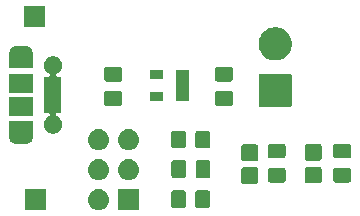
<source format=gbr>
G04 #@! TF.GenerationSoftware,KiCad,Pcbnew,(5.1.4)-1*
G04 #@! TF.CreationDate,2019-09-20T01:57:43+03:00*
G04 #@! TF.ProjectId,Simple_BMS,53696d70-6c65-45f4-924d-532e6b696361,rev?*
G04 #@! TF.SameCoordinates,Original*
G04 #@! TF.FileFunction,Soldermask,Top*
G04 #@! TF.FilePolarity,Negative*
%FSLAX46Y46*%
G04 Gerber Fmt 4.6, Leading zero omitted, Abs format (unit mm)*
G04 Created by KiCad (PCBNEW (5.1.4)-1) date 2019-09-20 01:57:43*
%MOMM*%
%LPD*%
G04 APERTURE LIST*
%ADD10C,0.100000*%
G04 APERTURE END LIST*
D10*
G36*
X108139800Y-95947800D02*
G01*
X106337800Y-95947800D01*
X106337800Y-94145800D01*
X108139800Y-94145800D01*
X108139800Y-95947800D01*
X108139800Y-95947800D01*
G37*
G36*
X104809242Y-94152318D02*
G01*
X104875427Y-94158837D01*
X105045266Y-94210357D01*
X105201791Y-94294022D01*
X105213298Y-94303466D01*
X105338986Y-94406614D01*
X105396471Y-94476661D01*
X105451578Y-94543809D01*
X105535243Y-94700334D01*
X105586763Y-94870173D01*
X105604159Y-95046800D01*
X105586763Y-95223427D01*
X105535243Y-95393266D01*
X105451578Y-95549791D01*
X105440459Y-95563339D01*
X105338986Y-95686986D01*
X105261858Y-95750282D01*
X105201791Y-95799578D01*
X105045266Y-95883243D01*
X104875427Y-95934763D01*
X104812101Y-95941000D01*
X104743060Y-95947800D01*
X104654540Y-95947800D01*
X104585499Y-95941000D01*
X104522173Y-95934763D01*
X104352334Y-95883243D01*
X104195809Y-95799578D01*
X104135742Y-95750282D01*
X104058614Y-95686986D01*
X103957141Y-95563339D01*
X103946022Y-95549791D01*
X103862357Y-95393266D01*
X103810837Y-95223427D01*
X103793441Y-95046800D01*
X103810837Y-94870173D01*
X103862357Y-94700334D01*
X103946022Y-94543809D01*
X104001129Y-94476661D01*
X104058614Y-94406614D01*
X104184302Y-94303466D01*
X104195809Y-94294022D01*
X104352334Y-94210357D01*
X104522173Y-94158837D01*
X104588358Y-94152318D01*
X104654540Y-94145800D01*
X104743060Y-94145800D01*
X104809242Y-94152318D01*
X104809242Y-94152318D01*
G37*
G36*
X100241000Y-95941000D02*
G01*
X98439000Y-95941000D01*
X98439000Y-94139000D01*
X100241000Y-94139000D01*
X100241000Y-95941000D01*
X100241000Y-95941000D01*
G37*
G36*
X113988674Y-94273465D02*
G01*
X114026367Y-94284899D01*
X114061103Y-94303466D01*
X114091548Y-94328452D01*
X114116534Y-94358897D01*
X114135101Y-94393633D01*
X114146535Y-94431326D01*
X114151000Y-94476661D01*
X114151000Y-95563339D01*
X114146535Y-95608674D01*
X114135101Y-95646367D01*
X114116534Y-95681103D01*
X114091548Y-95711548D01*
X114061103Y-95736534D01*
X114026367Y-95755101D01*
X113988674Y-95766535D01*
X113943339Y-95771000D01*
X113106661Y-95771000D01*
X113061326Y-95766535D01*
X113023633Y-95755101D01*
X112988897Y-95736534D01*
X112958452Y-95711548D01*
X112933466Y-95681103D01*
X112914899Y-95646367D01*
X112903465Y-95608674D01*
X112899000Y-95563339D01*
X112899000Y-94476661D01*
X112903465Y-94431326D01*
X112914899Y-94393633D01*
X112933466Y-94358897D01*
X112958452Y-94328452D01*
X112988897Y-94303466D01*
X113023633Y-94284899D01*
X113061326Y-94273465D01*
X113106661Y-94269000D01*
X113943339Y-94269000D01*
X113988674Y-94273465D01*
X113988674Y-94273465D01*
G37*
G36*
X111938674Y-94273465D02*
G01*
X111976367Y-94284899D01*
X112011103Y-94303466D01*
X112041548Y-94328452D01*
X112066534Y-94358897D01*
X112085101Y-94393633D01*
X112096535Y-94431326D01*
X112101000Y-94476661D01*
X112101000Y-95563339D01*
X112096535Y-95608674D01*
X112085101Y-95646367D01*
X112066534Y-95681103D01*
X112041548Y-95711548D01*
X112011103Y-95736534D01*
X111976367Y-95755101D01*
X111938674Y-95766535D01*
X111893339Y-95771000D01*
X111056661Y-95771000D01*
X111011326Y-95766535D01*
X110973633Y-95755101D01*
X110938897Y-95736534D01*
X110908452Y-95711548D01*
X110883466Y-95681103D01*
X110864899Y-95646367D01*
X110853465Y-95608674D01*
X110849000Y-95563339D01*
X110849000Y-94476661D01*
X110853465Y-94431326D01*
X110864899Y-94393633D01*
X110883466Y-94358897D01*
X110908452Y-94328452D01*
X110938897Y-94303466D01*
X110973633Y-94284899D01*
X111011326Y-94273465D01*
X111056661Y-94269000D01*
X111893339Y-94269000D01*
X111938674Y-94273465D01*
X111938674Y-94273465D01*
G37*
G36*
X118046181Y-92302895D02*
G01*
X118082216Y-92313827D01*
X118115424Y-92331577D01*
X118144534Y-92355466D01*
X118168423Y-92384576D01*
X118186173Y-92417784D01*
X118197105Y-92453819D01*
X118201400Y-92497431D01*
X118201400Y-93526769D01*
X118197105Y-93570381D01*
X118186173Y-93606416D01*
X118168423Y-93639624D01*
X118144534Y-93668734D01*
X118115424Y-93692623D01*
X118082216Y-93710373D01*
X118046181Y-93721305D01*
X118002569Y-93725600D01*
X116998231Y-93725600D01*
X116954619Y-93721305D01*
X116918584Y-93710373D01*
X116885376Y-93692623D01*
X116856266Y-93668734D01*
X116832377Y-93639624D01*
X116814627Y-93606416D01*
X116803695Y-93570381D01*
X116799400Y-93526769D01*
X116799400Y-92497431D01*
X116803695Y-92453819D01*
X116814627Y-92417784D01*
X116832377Y-92384576D01*
X116856266Y-92355466D01*
X116885376Y-92331577D01*
X116918584Y-92313827D01*
X116954619Y-92302895D01*
X116998231Y-92298600D01*
X118002569Y-92298600D01*
X118046181Y-92302895D01*
X118046181Y-92302895D01*
G37*
G36*
X123430981Y-92252095D02*
G01*
X123467016Y-92263027D01*
X123500224Y-92280777D01*
X123529334Y-92304666D01*
X123553223Y-92333776D01*
X123570973Y-92366984D01*
X123581905Y-92403019D01*
X123586200Y-92446631D01*
X123586200Y-93475969D01*
X123581905Y-93519581D01*
X123570973Y-93555616D01*
X123553223Y-93588824D01*
X123529334Y-93617934D01*
X123500224Y-93641823D01*
X123467016Y-93659573D01*
X123430981Y-93670505D01*
X123387369Y-93674800D01*
X122383031Y-93674800D01*
X122339419Y-93670505D01*
X122303384Y-93659573D01*
X122270176Y-93641823D01*
X122241066Y-93617934D01*
X122217177Y-93588824D01*
X122199427Y-93555616D01*
X122188495Y-93519581D01*
X122184200Y-93475969D01*
X122184200Y-92446631D01*
X122188495Y-92403019D01*
X122199427Y-92366984D01*
X122217177Y-92333776D01*
X122241066Y-92304666D01*
X122270176Y-92280777D01*
X122303384Y-92263027D01*
X122339419Y-92252095D01*
X122383031Y-92247800D01*
X123387369Y-92247800D01*
X123430981Y-92252095D01*
X123430981Y-92252095D01*
G37*
G36*
X125912274Y-92351465D02*
G01*
X125949967Y-92362899D01*
X125984703Y-92381466D01*
X126015148Y-92406452D01*
X126040134Y-92436897D01*
X126058701Y-92471633D01*
X126070135Y-92509326D01*
X126074600Y-92554661D01*
X126074600Y-93391339D01*
X126070135Y-93436674D01*
X126058701Y-93474367D01*
X126040134Y-93509103D01*
X126015148Y-93539548D01*
X125984703Y-93564534D01*
X125949967Y-93583101D01*
X125912274Y-93594535D01*
X125866939Y-93599000D01*
X124780261Y-93599000D01*
X124734926Y-93594535D01*
X124697233Y-93583101D01*
X124662497Y-93564534D01*
X124632052Y-93539548D01*
X124607066Y-93509103D01*
X124588499Y-93474367D01*
X124577065Y-93436674D01*
X124572600Y-93391339D01*
X124572600Y-92554661D01*
X124577065Y-92509326D01*
X124588499Y-92471633D01*
X124607066Y-92436897D01*
X124632052Y-92406452D01*
X124662497Y-92381466D01*
X124697233Y-92362899D01*
X124734926Y-92351465D01*
X124780261Y-92347000D01*
X125866939Y-92347000D01*
X125912274Y-92351465D01*
X125912274Y-92351465D01*
G37*
G36*
X120375074Y-92351465D02*
G01*
X120412767Y-92362899D01*
X120447503Y-92381466D01*
X120477948Y-92406452D01*
X120502934Y-92436897D01*
X120521501Y-92471633D01*
X120532935Y-92509326D01*
X120537400Y-92554661D01*
X120537400Y-93391339D01*
X120532935Y-93436674D01*
X120521501Y-93474367D01*
X120502934Y-93509103D01*
X120477948Y-93539548D01*
X120447503Y-93564534D01*
X120412767Y-93583101D01*
X120375074Y-93594535D01*
X120329739Y-93599000D01*
X119243061Y-93599000D01*
X119197726Y-93594535D01*
X119160033Y-93583101D01*
X119125297Y-93564534D01*
X119094852Y-93539548D01*
X119069866Y-93509103D01*
X119051299Y-93474367D01*
X119039865Y-93436674D01*
X119035400Y-93391339D01*
X119035400Y-92554661D01*
X119039865Y-92509326D01*
X119051299Y-92471633D01*
X119069866Y-92436897D01*
X119094852Y-92406452D01*
X119125297Y-92381466D01*
X119160033Y-92362899D01*
X119197726Y-92351465D01*
X119243061Y-92347000D01*
X120329739Y-92347000D01*
X120375074Y-92351465D01*
X120375074Y-92351465D01*
G37*
G36*
X107349243Y-91612319D02*
G01*
X107415427Y-91618837D01*
X107585266Y-91670357D01*
X107741791Y-91754022D01*
X107773539Y-91780077D01*
X107878986Y-91866614D01*
X107962248Y-91968071D01*
X107991578Y-92003809D01*
X108075243Y-92160334D01*
X108126763Y-92330173D01*
X108144159Y-92506800D01*
X108126763Y-92683427D01*
X108075243Y-92853266D01*
X107991578Y-93009791D01*
X107964338Y-93042983D01*
X107878986Y-93146986D01*
X107777529Y-93230248D01*
X107741791Y-93259578D01*
X107585266Y-93343243D01*
X107415427Y-93394763D01*
X107349242Y-93401282D01*
X107283060Y-93407800D01*
X107194540Y-93407800D01*
X107128358Y-93401282D01*
X107062173Y-93394763D01*
X106892334Y-93343243D01*
X106735809Y-93259578D01*
X106700071Y-93230248D01*
X106598614Y-93146986D01*
X106513262Y-93042983D01*
X106486022Y-93009791D01*
X106402357Y-92853266D01*
X106350837Y-92683427D01*
X106333441Y-92506800D01*
X106350837Y-92330173D01*
X106402357Y-92160334D01*
X106486022Y-92003809D01*
X106515352Y-91968071D01*
X106598614Y-91866614D01*
X106704061Y-91780077D01*
X106735809Y-91754022D01*
X106892334Y-91670357D01*
X107062173Y-91618837D01*
X107128357Y-91612319D01*
X107194540Y-91605800D01*
X107283060Y-91605800D01*
X107349243Y-91612319D01*
X107349243Y-91612319D01*
G37*
G36*
X104809243Y-91612319D02*
G01*
X104875427Y-91618837D01*
X105045266Y-91670357D01*
X105201791Y-91754022D01*
X105233539Y-91780077D01*
X105338986Y-91866614D01*
X105422248Y-91968071D01*
X105451578Y-92003809D01*
X105535243Y-92160334D01*
X105586763Y-92330173D01*
X105604159Y-92506800D01*
X105586763Y-92683427D01*
X105535243Y-92853266D01*
X105451578Y-93009791D01*
X105424338Y-93042983D01*
X105338986Y-93146986D01*
X105237529Y-93230248D01*
X105201791Y-93259578D01*
X105045266Y-93343243D01*
X104875427Y-93394763D01*
X104809242Y-93401282D01*
X104743060Y-93407800D01*
X104654540Y-93407800D01*
X104588358Y-93401282D01*
X104522173Y-93394763D01*
X104352334Y-93343243D01*
X104195809Y-93259578D01*
X104160071Y-93230248D01*
X104058614Y-93146986D01*
X103973262Y-93042983D01*
X103946022Y-93009791D01*
X103862357Y-92853266D01*
X103810837Y-92683427D01*
X103793441Y-92506800D01*
X103810837Y-92330173D01*
X103862357Y-92160334D01*
X103946022Y-92003809D01*
X103975352Y-91968071D01*
X104058614Y-91866614D01*
X104164061Y-91780077D01*
X104195809Y-91754022D01*
X104352334Y-91670357D01*
X104522173Y-91618837D01*
X104588357Y-91612319D01*
X104654540Y-91605800D01*
X104743060Y-91605800D01*
X104809243Y-91612319D01*
X104809243Y-91612319D01*
G37*
G36*
X114008674Y-91713465D02*
G01*
X114046367Y-91724899D01*
X114081103Y-91743466D01*
X114111548Y-91768452D01*
X114136534Y-91798897D01*
X114155101Y-91833633D01*
X114166535Y-91871326D01*
X114171000Y-91916661D01*
X114171000Y-93003339D01*
X114166535Y-93048674D01*
X114155101Y-93086367D01*
X114136534Y-93121103D01*
X114111548Y-93151548D01*
X114081103Y-93176534D01*
X114046367Y-93195101D01*
X114008674Y-93206535D01*
X113963339Y-93211000D01*
X113126661Y-93211000D01*
X113081326Y-93206535D01*
X113043633Y-93195101D01*
X113008897Y-93176534D01*
X112978452Y-93151548D01*
X112953466Y-93121103D01*
X112934899Y-93086367D01*
X112923465Y-93048674D01*
X112919000Y-93003339D01*
X112919000Y-91916661D01*
X112923465Y-91871326D01*
X112934899Y-91833633D01*
X112953466Y-91798897D01*
X112978452Y-91768452D01*
X113008897Y-91743466D01*
X113043633Y-91724899D01*
X113081326Y-91713465D01*
X113126661Y-91709000D01*
X113963339Y-91709000D01*
X114008674Y-91713465D01*
X114008674Y-91713465D01*
G37*
G36*
X111958674Y-91713465D02*
G01*
X111996367Y-91724899D01*
X112031103Y-91743466D01*
X112061548Y-91768452D01*
X112086534Y-91798897D01*
X112105101Y-91833633D01*
X112116535Y-91871326D01*
X112121000Y-91916661D01*
X112121000Y-93003339D01*
X112116535Y-93048674D01*
X112105101Y-93086367D01*
X112086534Y-93121103D01*
X112061548Y-93151548D01*
X112031103Y-93176534D01*
X111996367Y-93195101D01*
X111958674Y-93206535D01*
X111913339Y-93211000D01*
X111076661Y-93211000D01*
X111031326Y-93206535D01*
X110993633Y-93195101D01*
X110958897Y-93176534D01*
X110928452Y-93151548D01*
X110903466Y-93121103D01*
X110884899Y-93086367D01*
X110873465Y-93048674D01*
X110869000Y-93003339D01*
X110869000Y-91916661D01*
X110873465Y-91871326D01*
X110884899Y-91833633D01*
X110903466Y-91798897D01*
X110928452Y-91768452D01*
X110958897Y-91743466D01*
X110993633Y-91724899D01*
X111031326Y-91713465D01*
X111076661Y-91709000D01*
X111913339Y-91709000D01*
X111958674Y-91713465D01*
X111958674Y-91713465D01*
G37*
G36*
X118046181Y-90377895D02*
G01*
X118082216Y-90388827D01*
X118115424Y-90406577D01*
X118144534Y-90430466D01*
X118168423Y-90459576D01*
X118186173Y-90492784D01*
X118197105Y-90528819D01*
X118201400Y-90572431D01*
X118201400Y-91601769D01*
X118197105Y-91645381D01*
X118186173Y-91681416D01*
X118168423Y-91714624D01*
X118144534Y-91743734D01*
X118115424Y-91767623D01*
X118082216Y-91785373D01*
X118046181Y-91796305D01*
X118002569Y-91800600D01*
X116998231Y-91800600D01*
X116954619Y-91796305D01*
X116918584Y-91785373D01*
X116885376Y-91767623D01*
X116856266Y-91743734D01*
X116832377Y-91714624D01*
X116814627Y-91681416D01*
X116803695Y-91645381D01*
X116799400Y-91601769D01*
X116799400Y-90572431D01*
X116803695Y-90528819D01*
X116814627Y-90492784D01*
X116832377Y-90459576D01*
X116856266Y-90430466D01*
X116885376Y-90406577D01*
X116918584Y-90388827D01*
X116954619Y-90377895D01*
X116998231Y-90373600D01*
X118002569Y-90373600D01*
X118046181Y-90377895D01*
X118046181Y-90377895D01*
G37*
G36*
X123430981Y-90327095D02*
G01*
X123467016Y-90338027D01*
X123500224Y-90355777D01*
X123529334Y-90379666D01*
X123553223Y-90408776D01*
X123570973Y-90441984D01*
X123581905Y-90478019D01*
X123586200Y-90521631D01*
X123586200Y-91550969D01*
X123581905Y-91594581D01*
X123570973Y-91630616D01*
X123553223Y-91663824D01*
X123529334Y-91692934D01*
X123500224Y-91716823D01*
X123467016Y-91734573D01*
X123430981Y-91745505D01*
X123387369Y-91749800D01*
X122383031Y-91749800D01*
X122339419Y-91745505D01*
X122303384Y-91734573D01*
X122270176Y-91716823D01*
X122241066Y-91692934D01*
X122217177Y-91663824D01*
X122199427Y-91630616D01*
X122188495Y-91594581D01*
X122184200Y-91550969D01*
X122184200Y-90521631D01*
X122188495Y-90478019D01*
X122199427Y-90441984D01*
X122217177Y-90408776D01*
X122241066Y-90379666D01*
X122270176Y-90355777D01*
X122303384Y-90338027D01*
X122339419Y-90327095D01*
X122383031Y-90322800D01*
X123387369Y-90322800D01*
X123430981Y-90327095D01*
X123430981Y-90327095D01*
G37*
G36*
X125912274Y-90301465D02*
G01*
X125949967Y-90312899D01*
X125984703Y-90331466D01*
X126015148Y-90356452D01*
X126040134Y-90386897D01*
X126058701Y-90421633D01*
X126070135Y-90459326D01*
X126074600Y-90504661D01*
X126074600Y-91341339D01*
X126070135Y-91386674D01*
X126058701Y-91424367D01*
X126040134Y-91459103D01*
X126015148Y-91489548D01*
X125984703Y-91514534D01*
X125949967Y-91533101D01*
X125912274Y-91544535D01*
X125866939Y-91549000D01*
X124780261Y-91549000D01*
X124734926Y-91544535D01*
X124697233Y-91533101D01*
X124662497Y-91514534D01*
X124632052Y-91489548D01*
X124607066Y-91459103D01*
X124588499Y-91424367D01*
X124577065Y-91386674D01*
X124572600Y-91341339D01*
X124572600Y-90504661D01*
X124577065Y-90459326D01*
X124588499Y-90421633D01*
X124607066Y-90386897D01*
X124632052Y-90356452D01*
X124662497Y-90331466D01*
X124697233Y-90312899D01*
X124734926Y-90301465D01*
X124780261Y-90297000D01*
X125866939Y-90297000D01*
X125912274Y-90301465D01*
X125912274Y-90301465D01*
G37*
G36*
X120375074Y-90301465D02*
G01*
X120412767Y-90312899D01*
X120447503Y-90331466D01*
X120477948Y-90356452D01*
X120502934Y-90386897D01*
X120521501Y-90421633D01*
X120532935Y-90459326D01*
X120537400Y-90504661D01*
X120537400Y-91341339D01*
X120532935Y-91386674D01*
X120521501Y-91424367D01*
X120502934Y-91459103D01*
X120477948Y-91489548D01*
X120447503Y-91514534D01*
X120412767Y-91533101D01*
X120375074Y-91544535D01*
X120329739Y-91549000D01*
X119243061Y-91549000D01*
X119197726Y-91544535D01*
X119160033Y-91533101D01*
X119125297Y-91514534D01*
X119094852Y-91489548D01*
X119069866Y-91459103D01*
X119051299Y-91424367D01*
X119039865Y-91386674D01*
X119035400Y-91341339D01*
X119035400Y-90504661D01*
X119039865Y-90459326D01*
X119051299Y-90421633D01*
X119069866Y-90386897D01*
X119094852Y-90356452D01*
X119125297Y-90331466D01*
X119160033Y-90312899D01*
X119197726Y-90301465D01*
X119243061Y-90297000D01*
X120329739Y-90297000D01*
X120375074Y-90301465D01*
X120375074Y-90301465D01*
G37*
G36*
X104809242Y-89072318D02*
G01*
X104875427Y-89078837D01*
X105045266Y-89130357D01*
X105201791Y-89214022D01*
X105220916Y-89229718D01*
X105338986Y-89326614D01*
X105420696Y-89426179D01*
X105451578Y-89463809D01*
X105535243Y-89620334D01*
X105586763Y-89790173D01*
X105604159Y-89966800D01*
X105586763Y-90143427D01*
X105535243Y-90313266D01*
X105451578Y-90469791D01*
X105444825Y-90478019D01*
X105338986Y-90606986D01*
X105254240Y-90676534D01*
X105201791Y-90719578D01*
X105045266Y-90803243D01*
X104875427Y-90854763D01*
X104809243Y-90861281D01*
X104743060Y-90867800D01*
X104654540Y-90867800D01*
X104588357Y-90861281D01*
X104522173Y-90854763D01*
X104352334Y-90803243D01*
X104195809Y-90719578D01*
X104143360Y-90676534D01*
X104058614Y-90606986D01*
X103952775Y-90478019D01*
X103946022Y-90469791D01*
X103862357Y-90313266D01*
X103810837Y-90143427D01*
X103793441Y-89966800D01*
X103810837Y-89790173D01*
X103862357Y-89620334D01*
X103946022Y-89463809D01*
X103976904Y-89426179D01*
X104058614Y-89326614D01*
X104176684Y-89229718D01*
X104195809Y-89214022D01*
X104352334Y-89130357D01*
X104522173Y-89078837D01*
X104588358Y-89072318D01*
X104654540Y-89065800D01*
X104743060Y-89065800D01*
X104809242Y-89072318D01*
X104809242Y-89072318D01*
G37*
G36*
X107349242Y-89072318D02*
G01*
X107415427Y-89078837D01*
X107585266Y-89130357D01*
X107741791Y-89214022D01*
X107760916Y-89229718D01*
X107878986Y-89326614D01*
X107960696Y-89426179D01*
X107991578Y-89463809D01*
X108075243Y-89620334D01*
X108126763Y-89790173D01*
X108144159Y-89966800D01*
X108126763Y-90143427D01*
X108075243Y-90313266D01*
X107991578Y-90469791D01*
X107984825Y-90478019D01*
X107878986Y-90606986D01*
X107794240Y-90676534D01*
X107741791Y-90719578D01*
X107585266Y-90803243D01*
X107415427Y-90854763D01*
X107349243Y-90861281D01*
X107283060Y-90867800D01*
X107194540Y-90867800D01*
X107128357Y-90861281D01*
X107062173Y-90854763D01*
X106892334Y-90803243D01*
X106735809Y-90719578D01*
X106683360Y-90676534D01*
X106598614Y-90606986D01*
X106492775Y-90478019D01*
X106486022Y-90469791D01*
X106402357Y-90313266D01*
X106350837Y-90143427D01*
X106333441Y-89966800D01*
X106350837Y-89790173D01*
X106402357Y-89620334D01*
X106486022Y-89463809D01*
X106516904Y-89426179D01*
X106598614Y-89326614D01*
X106716684Y-89229718D01*
X106735809Y-89214022D01*
X106892334Y-89130357D01*
X107062173Y-89078837D01*
X107128358Y-89072318D01*
X107194540Y-89065800D01*
X107283060Y-89065800D01*
X107349242Y-89072318D01*
X107349242Y-89072318D01*
G37*
G36*
X111938674Y-89213465D02*
G01*
X111976367Y-89224899D01*
X112011103Y-89243466D01*
X112041548Y-89268452D01*
X112066534Y-89298897D01*
X112085101Y-89333633D01*
X112096535Y-89371326D01*
X112101000Y-89416661D01*
X112101000Y-90503339D01*
X112096535Y-90548674D01*
X112085101Y-90586367D01*
X112066534Y-90621103D01*
X112041548Y-90651548D01*
X112011103Y-90676534D01*
X111976367Y-90695101D01*
X111938674Y-90706535D01*
X111893339Y-90711000D01*
X111056661Y-90711000D01*
X111011326Y-90706535D01*
X110973633Y-90695101D01*
X110938897Y-90676534D01*
X110908452Y-90651548D01*
X110883466Y-90621103D01*
X110864899Y-90586367D01*
X110853465Y-90548674D01*
X110849000Y-90503339D01*
X110849000Y-89416661D01*
X110853465Y-89371326D01*
X110864899Y-89333633D01*
X110883466Y-89298897D01*
X110908452Y-89268452D01*
X110938897Y-89243466D01*
X110973633Y-89224899D01*
X111011326Y-89213465D01*
X111056661Y-89209000D01*
X111893339Y-89209000D01*
X111938674Y-89213465D01*
X111938674Y-89213465D01*
G37*
G36*
X113988674Y-89213465D02*
G01*
X114026367Y-89224899D01*
X114061103Y-89243466D01*
X114091548Y-89268452D01*
X114116534Y-89298897D01*
X114135101Y-89333633D01*
X114146535Y-89371326D01*
X114151000Y-89416661D01*
X114151000Y-90503339D01*
X114146535Y-90548674D01*
X114135101Y-90586367D01*
X114116534Y-90621103D01*
X114091548Y-90651548D01*
X114061103Y-90676534D01*
X114026367Y-90695101D01*
X113988674Y-90706535D01*
X113943339Y-90711000D01*
X113106661Y-90711000D01*
X113061326Y-90706535D01*
X113023633Y-90695101D01*
X112988897Y-90676534D01*
X112958452Y-90651548D01*
X112933466Y-90621103D01*
X112914899Y-90586367D01*
X112903465Y-90548674D01*
X112899000Y-90503339D01*
X112899000Y-89416661D01*
X112903465Y-89371326D01*
X112914899Y-89333633D01*
X112933466Y-89298897D01*
X112958452Y-89268452D01*
X112988897Y-89243466D01*
X113023633Y-89224899D01*
X113061326Y-89213465D01*
X113106661Y-89209000D01*
X113943339Y-89209000D01*
X113988674Y-89213465D01*
X113988674Y-89213465D01*
G37*
G36*
X99143500Y-89641886D02*
G01*
X99144102Y-89654138D01*
X99146649Y-89680000D01*
X99144102Y-89705862D01*
X99143500Y-89718114D01*
X99143500Y-89791406D01*
X99134543Y-89808164D01*
X99130415Y-89819701D01*
X99104632Y-89904693D01*
X99096854Y-89930336D01*
X99036406Y-90043425D01*
X98955054Y-90142554D01*
X98855925Y-90223906D01*
X98742836Y-90284354D01*
X98710904Y-90294040D01*
X98620118Y-90321580D01*
X98564122Y-90327095D01*
X98524474Y-90331000D01*
X97760526Y-90331000D01*
X97720878Y-90327095D01*
X97664882Y-90321580D01*
X97574096Y-90294040D01*
X97542164Y-90284354D01*
X97429075Y-90223906D01*
X97329946Y-90142554D01*
X97248594Y-90043425D01*
X97188146Y-89930336D01*
X97180368Y-89904693D01*
X97154587Y-89819708D01*
X97145213Y-89797075D01*
X97141500Y-89791518D01*
X97141500Y-89718114D01*
X97140898Y-89705862D01*
X97138351Y-89680000D01*
X97140898Y-89654138D01*
X97141500Y-89641886D01*
X97141500Y-88429000D01*
X99143500Y-88429000D01*
X99143500Y-89641886D01*
X99143500Y-89641886D01*
G37*
G36*
X101068848Y-82933820D02*
G01*
X101068850Y-82933821D01*
X101068851Y-82933821D01*
X101210074Y-82992317D01*
X101210077Y-82992319D01*
X101337169Y-83077239D01*
X101445261Y-83185331D01*
X101530181Y-83312423D01*
X101530183Y-83312426D01*
X101588679Y-83453649D01*
X101588680Y-83453652D01*
X101618500Y-83603569D01*
X101618500Y-83756431D01*
X101594176Y-83878718D01*
X101588679Y-83906351D01*
X101530183Y-84047574D01*
X101530181Y-84047577D01*
X101445261Y-84174669D01*
X101337169Y-84282761D01*
X101252440Y-84339375D01*
X101210074Y-84367683D01*
X101159772Y-84388519D01*
X101138164Y-84400068D01*
X101119222Y-84415614D01*
X101103677Y-84434556D01*
X101092126Y-84456166D01*
X101085013Y-84479615D01*
X101082611Y-84504001D01*
X101085013Y-84528387D01*
X101092126Y-84551836D01*
X101103677Y-84573447D01*
X101119223Y-84592389D01*
X101138165Y-84607934D01*
X101159775Y-84619485D01*
X101183224Y-84626598D01*
X101207610Y-84629000D01*
X101568500Y-84629000D01*
X101568500Y-87731000D01*
X101207610Y-87731000D01*
X101183224Y-87733402D01*
X101159775Y-87740515D01*
X101138164Y-87752066D01*
X101119222Y-87767611D01*
X101103677Y-87786553D01*
X101092126Y-87808164D01*
X101085013Y-87831613D01*
X101082611Y-87855999D01*
X101085013Y-87880385D01*
X101092126Y-87903834D01*
X101103677Y-87925445D01*
X101119222Y-87944387D01*
X101138164Y-87959932D01*
X101159772Y-87971481D01*
X101210074Y-87992317D01*
X101210075Y-87992318D01*
X101337169Y-88077239D01*
X101445261Y-88185331D01*
X101530181Y-88312423D01*
X101530183Y-88312426D01*
X101588679Y-88453649D01*
X101618500Y-88603571D01*
X101618500Y-88756429D01*
X101588679Y-88906351D01*
X101530183Y-89047574D01*
X101530181Y-89047577D01*
X101445261Y-89174669D01*
X101337169Y-89282761D01*
X101210077Y-89367681D01*
X101210074Y-89367683D01*
X101068851Y-89426179D01*
X101068850Y-89426179D01*
X101068848Y-89426180D01*
X100918931Y-89456000D01*
X100766069Y-89456000D01*
X100616152Y-89426180D01*
X100616150Y-89426179D01*
X100616149Y-89426179D01*
X100474926Y-89367683D01*
X100474923Y-89367681D01*
X100347831Y-89282761D01*
X100239739Y-89174669D01*
X100154819Y-89047577D01*
X100154817Y-89047574D01*
X100096321Y-88906351D01*
X100066500Y-88756429D01*
X100066500Y-88603571D01*
X100096321Y-88453649D01*
X100154817Y-88312426D01*
X100154819Y-88312423D01*
X100239739Y-88185331D01*
X100347831Y-88077239D01*
X100474925Y-87992318D01*
X100474926Y-87992317D01*
X100525228Y-87971481D01*
X100546836Y-87959932D01*
X100565778Y-87944386D01*
X100581323Y-87925444D01*
X100592874Y-87903834D01*
X100599987Y-87880385D01*
X100602389Y-87855999D01*
X100599987Y-87831613D01*
X100592874Y-87808164D01*
X100581323Y-87786553D01*
X100565777Y-87767611D01*
X100546835Y-87752066D01*
X100525225Y-87740515D01*
X100501776Y-87733402D01*
X100477390Y-87731000D01*
X100116500Y-87731000D01*
X100116500Y-84629000D01*
X100477390Y-84629000D01*
X100501776Y-84626598D01*
X100525225Y-84619485D01*
X100546836Y-84607934D01*
X100565778Y-84592389D01*
X100581323Y-84573447D01*
X100592874Y-84551836D01*
X100599987Y-84528387D01*
X100602389Y-84504001D01*
X100599987Y-84479615D01*
X100592874Y-84456166D01*
X100581323Y-84434555D01*
X100565778Y-84415613D01*
X100546836Y-84400068D01*
X100525228Y-84388519D01*
X100474926Y-84367683D01*
X100432560Y-84339375D01*
X100347831Y-84282761D01*
X100239739Y-84174669D01*
X100154819Y-84047577D01*
X100154817Y-84047574D01*
X100096321Y-83906351D01*
X100090825Y-83878718D01*
X100066500Y-83756431D01*
X100066500Y-83603569D01*
X100096320Y-83453652D01*
X100096321Y-83453649D01*
X100154817Y-83312426D01*
X100154819Y-83312423D01*
X100239739Y-83185331D01*
X100347831Y-83077239D01*
X100474923Y-82992319D01*
X100474926Y-82992317D01*
X100616149Y-82933821D01*
X100616150Y-82933821D01*
X100616152Y-82933820D01*
X100766069Y-82904000D01*
X100918931Y-82904000D01*
X101068848Y-82933820D01*
X101068848Y-82933820D01*
G37*
G36*
X99143500Y-87981000D02*
G01*
X97141500Y-87981000D01*
X97141500Y-86379000D01*
X99143500Y-86379000D01*
X99143500Y-87981000D01*
X99143500Y-87981000D01*
G37*
G36*
X120934031Y-84422621D02*
G01*
X120963486Y-84431556D01*
X120990623Y-84446062D01*
X121014414Y-84465586D01*
X121033938Y-84489377D01*
X121048444Y-84516514D01*
X121057379Y-84545969D01*
X121061000Y-84582734D01*
X121061000Y-87057266D01*
X121057379Y-87094031D01*
X121048444Y-87123486D01*
X121033938Y-87150623D01*
X121014414Y-87174414D01*
X120990623Y-87193938D01*
X120963486Y-87208444D01*
X120934031Y-87217379D01*
X120897266Y-87221000D01*
X118422734Y-87221000D01*
X118385969Y-87217379D01*
X118356514Y-87208444D01*
X118329377Y-87193938D01*
X118305586Y-87174414D01*
X118286062Y-87150623D01*
X118271556Y-87123486D01*
X118262621Y-87094031D01*
X118259000Y-87057266D01*
X118259000Y-84582734D01*
X118262621Y-84545969D01*
X118271556Y-84516514D01*
X118286062Y-84489377D01*
X118305586Y-84465586D01*
X118329377Y-84446062D01*
X118356514Y-84431556D01*
X118385969Y-84422621D01*
X118422734Y-84419000D01*
X120897266Y-84419000D01*
X120934031Y-84422621D01*
X120934031Y-84422621D01*
G37*
G36*
X106528674Y-85853465D02*
G01*
X106566367Y-85864899D01*
X106601103Y-85883466D01*
X106631548Y-85908452D01*
X106656534Y-85938897D01*
X106675101Y-85973633D01*
X106686535Y-86011326D01*
X106691000Y-86056661D01*
X106691000Y-86893339D01*
X106686535Y-86938674D01*
X106675101Y-86976367D01*
X106656534Y-87011103D01*
X106631548Y-87041548D01*
X106601103Y-87066534D01*
X106566367Y-87085101D01*
X106528674Y-87096535D01*
X106483339Y-87101000D01*
X105396661Y-87101000D01*
X105351326Y-87096535D01*
X105313633Y-87085101D01*
X105278897Y-87066534D01*
X105248452Y-87041548D01*
X105223466Y-87011103D01*
X105204899Y-86976367D01*
X105193465Y-86938674D01*
X105189000Y-86893339D01*
X105189000Y-86056661D01*
X105193465Y-86011326D01*
X105204899Y-85973633D01*
X105223466Y-85938897D01*
X105248452Y-85908452D01*
X105278897Y-85883466D01*
X105313633Y-85864899D01*
X105351326Y-85853465D01*
X105396661Y-85849000D01*
X106483339Y-85849000D01*
X106528674Y-85853465D01*
X106528674Y-85853465D01*
G37*
G36*
X115908674Y-85853465D02*
G01*
X115946367Y-85864899D01*
X115981103Y-85883466D01*
X116011548Y-85908452D01*
X116036534Y-85938897D01*
X116055101Y-85973633D01*
X116066535Y-86011326D01*
X116071000Y-86056661D01*
X116071000Y-86893339D01*
X116066535Y-86938674D01*
X116055101Y-86976367D01*
X116036534Y-87011103D01*
X116011548Y-87041548D01*
X115981103Y-87066534D01*
X115946367Y-87085101D01*
X115908674Y-87096535D01*
X115863339Y-87101000D01*
X114776661Y-87101000D01*
X114731326Y-87096535D01*
X114693633Y-87085101D01*
X114658897Y-87066534D01*
X114628452Y-87041548D01*
X114603466Y-87011103D01*
X114584899Y-86976367D01*
X114573465Y-86938674D01*
X114569000Y-86893339D01*
X114569000Y-86056661D01*
X114573465Y-86011326D01*
X114584899Y-85973633D01*
X114603466Y-85938897D01*
X114628452Y-85908452D01*
X114658897Y-85883466D01*
X114693633Y-85864899D01*
X114731326Y-85853465D01*
X114776661Y-85849000D01*
X115863339Y-85849000D01*
X115908674Y-85853465D01*
X115908674Y-85853465D01*
G37*
G36*
X110201000Y-86706000D02*
G01*
X109039000Y-86706000D01*
X109039000Y-85954000D01*
X110201000Y-85954000D01*
X110201000Y-86706000D01*
X110201000Y-86706000D01*
G37*
G36*
X112401000Y-86706000D02*
G01*
X111239000Y-86706000D01*
X111239000Y-84054000D01*
X112401000Y-84054000D01*
X112401000Y-86706000D01*
X112401000Y-86706000D01*
G37*
G36*
X99143500Y-85981000D02*
G01*
X97141500Y-85981000D01*
X97141500Y-84379000D01*
X99143500Y-84379000D01*
X99143500Y-85981000D01*
X99143500Y-85981000D01*
G37*
G36*
X106528674Y-83803465D02*
G01*
X106566367Y-83814899D01*
X106601103Y-83833466D01*
X106631548Y-83858452D01*
X106656534Y-83888897D01*
X106675101Y-83923633D01*
X106686535Y-83961326D01*
X106691000Y-84006661D01*
X106691000Y-84843339D01*
X106686535Y-84888674D01*
X106675101Y-84926367D01*
X106656534Y-84961103D01*
X106631548Y-84991548D01*
X106601103Y-85016534D01*
X106566367Y-85035101D01*
X106528674Y-85046535D01*
X106483339Y-85051000D01*
X105396661Y-85051000D01*
X105351326Y-85046535D01*
X105313633Y-85035101D01*
X105278897Y-85016534D01*
X105248452Y-84991548D01*
X105223466Y-84961103D01*
X105204899Y-84926367D01*
X105193465Y-84888674D01*
X105189000Y-84843339D01*
X105189000Y-84006661D01*
X105193465Y-83961326D01*
X105204899Y-83923633D01*
X105223466Y-83888897D01*
X105248452Y-83858452D01*
X105278897Y-83833466D01*
X105313633Y-83814899D01*
X105351326Y-83803465D01*
X105396661Y-83799000D01*
X106483339Y-83799000D01*
X106528674Y-83803465D01*
X106528674Y-83803465D01*
G37*
G36*
X115908674Y-83803465D02*
G01*
X115946367Y-83814899D01*
X115981103Y-83833466D01*
X116011548Y-83858452D01*
X116036534Y-83888897D01*
X116055101Y-83923633D01*
X116066535Y-83961326D01*
X116071000Y-84006661D01*
X116071000Y-84843339D01*
X116066535Y-84888674D01*
X116055101Y-84926367D01*
X116036534Y-84961103D01*
X116011548Y-84991548D01*
X115981103Y-85016534D01*
X115946367Y-85035101D01*
X115908674Y-85046535D01*
X115863339Y-85051000D01*
X114776661Y-85051000D01*
X114731326Y-85046535D01*
X114693633Y-85035101D01*
X114658897Y-85016534D01*
X114628452Y-84991548D01*
X114603466Y-84961103D01*
X114584899Y-84926367D01*
X114573465Y-84888674D01*
X114569000Y-84843339D01*
X114569000Y-84006661D01*
X114573465Y-83961326D01*
X114584899Y-83923633D01*
X114603466Y-83888897D01*
X114628452Y-83858452D01*
X114658897Y-83833466D01*
X114693633Y-83814899D01*
X114731326Y-83803465D01*
X114776661Y-83799000D01*
X115863339Y-83799000D01*
X115908674Y-83803465D01*
X115908674Y-83803465D01*
G37*
G36*
X110201000Y-84806000D02*
G01*
X109039000Y-84806000D01*
X109039000Y-84054000D01*
X110201000Y-84054000D01*
X110201000Y-84806000D01*
X110201000Y-84806000D01*
G37*
G36*
X98556355Y-82032140D02*
G01*
X98620118Y-82038420D01*
X98710904Y-82065960D01*
X98742836Y-82075646D01*
X98855925Y-82136094D01*
X98955054Y-82217446D01*
X99036406Y-82316575D01*
X99096854Y-82429664D01*
X99096855Y-82429668D01*
X99130413Y-82540292D01*
X99139787Y-82562925D01*
X99143500Y-82568482D01*
X99143500Y-82641886D01*
X99144102Y-82654138D01*
X99146649Y-82680000D01*
X99144102Y-82705862D01*
X99143500Y-82718114D01*
X99143500Y-83931000D01*
X97141500Y-83931000D01*
X97141500Y-82718114D01*
X97140898Y-82705862D01*
X97138351Y-82680000D01*
X97140898Y-82654138D01*
X97141500Y-82641886D01*
X97141500Y-82568594D01*
X97150457Y-82551836D01*
X97154585Y-82540299D01*
X97188145Y-82429668D01*
X97188146Y-82429664D01*
X97248594Y-82316575D01*
X97329946Y-82217446D01*
X97429075Y-82136094D01*
X97542164Y-82075646D01*
X97574096Y-82065960D01*
X97664882Y-82038420D01*
X97728645Y-82032140D01*
X97760526Y-82029000D01*
X98524474Y-82029000D01*
X98556355Y-82032140D01*
X98556355Y-82032140D01*
G37*
G36*
X119978433Y-80494893D02*
G01*
X120068657Y-80512839D01*
X120174267Y-80556585D01*
X120323621Y-80618449D01*
X120323622Y-80618450D01*
X120553086Y-80771772D01*
X120748228Y-80966914D01*
X120850675Y-81120237D01*
X120901551Y-81196379D01*
X121007161Y-81451344D01*
X121061000Y-81722012D01*
X121061000Y-81997988D01*
X121045553Y-82075645D01*
X121007161Y-82268657D01*
X120963415Y-82374267D01*
X120901551Y-82523621D01*
X120875289Y-82562925D01*
X120748228Y-82753086D01*
X120553086Y-82948228D01*
X120410611Y-83043426D01*
X120323621Y-83101551D01*
X120224633Y-83142553D01*
X120068657Y-83207161D01*
X119984478Y-83223905D01*
X119797988Y-83261000D01*
X119522012Y-83261000D01*
X119335522Y-83223905D01*
X119251343Y-83207161D01*
X119095367Y-83142553D01*
X118996379Y-83101551D01*
X118909389Y-83043426D01*
X118766914Y-82948228D01*
X118571772Y-82753086D01*
X118444711Y-82562925D01*
X118418449Y-82523621D01*
X118356585Y-82374267D01*
X118312839Y-82268657D01*
X118274447Y-82075645D01*
X118259000Y-81997988D01*
X118259000Y-81722012D01*
X118312839Y-81451344D01*
X118418449Y-81196379D01*
X118469325Y-81120237D01*
X118571772Y-80966914D01*
X118766914Y-80771772D01*
X118996378Y-80618450D01*
X118996379Y-80618449D01*
X119145733Y-80556585D01*
X119251343Y-80512839D01*
X119341567Y-80494893D01*
X119522012Y-80459000D01*
X119797988Y-80459000D01*
X119978433Y-80494893D01*
X119978433Y-80494893D01*
G37*
G36*
X100171000Y-80441000D02*
G01*
X98369000Y-80441000D01*
X98369000Y-78639000D01*
X100171000Y-78639000D01*
X100171000Y-80441000D01*
X100171000Y-80441000D01*
G37*
M02*

</source>
